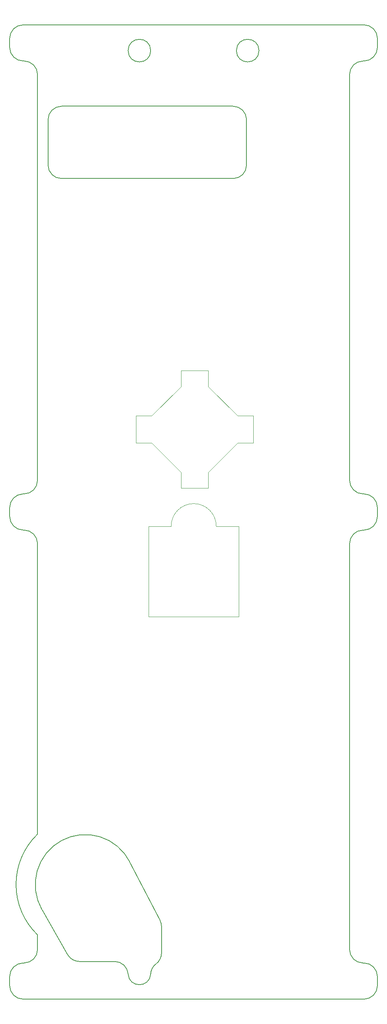
<source format=gm1>
%TF.GenerationSoftware,KiCad,Pcbnew,9.0.1*%
%TF.CreationDate,2025-04-22T22:29:05-07:00*%
%TF.ProjectId,Stationary_X_Panel,53746174-696f-46e6-9172-795f585f5061,1.6*%
%TF.SameCoordinates,Original*%
%TF.FileFunction,Profile,NP*%
%FSLAX46Y46*%
G04 Gerber Fmt 4.6, Leading zero omitted, Abs format (unit mm)*
G04 Created by KiCad (PCBNEW 9.0.1) date 2025-04-22 22:29:05*
%MOMM*%
%LPD*%
G01*
G04 APERTURE LIST*
%TA.AperFunction,Profile*%
%ADD10C,0.200000*%
%TD*%
%TA.AperFunction,Profile*%
%ADD11C,0.100000*%
%TD*%
G04 APERTURE END LIST*
D10*
X82500000Y-41000000D02*
X82500000Y-51000000D01*
X82500000Y-51000000D02*
G75*
G02*
X79500000Y-54000000I-3000000J0D01*
G01*
D11*
X61500000Y-112500000D02*
X68000000Y-119000000D01*
X74000000Y-119000000D02*
X74000000Y-122500000D01*
D10*
X85250000Y-25700000D02*
G75*
G02*
X80250000Y-25700000I-2500000J0D01*
G01*
X80250000Y-25700000D02*
G75*
G02*
X85250000Y-25700000I2500000J0D01*
G01*
D11*
X68000000Y-122500000D02*
X74000000Y-122500000D01*
D10*
X105325000Y-224500000D02*
X105325000Y-134750000D01*
X108500000Y-123750000D02*
G75*
G02*
X111500000Y-126750000I0J-3000000D01*
G01*
X42836060Y-225644172D02*
X37132089Y-215670205D01*
X33000000Y-28000000D02*
X33175000Y-28000000D01*
X63650000Y-219435832D02*
X63650000Y-225289897D01*
X111500000Y-232500000D02*
X111500000Y-230500000D01*
X36175000Y-221275000D02*
X36175000Y-224500000D01*
D11*
X68000000Y-119000000D02*
X68000000Y-122500000D01*
D10*
X111500000Y-128750000D02*
G75*
G02*
X108500000Y-131750000I-3000000J0D01*
G01*
D11*
X74000000Y-119000000D02*
X80500000Y-112500000D01*
D10*
X30000000Y-230500000D02*
G75*
G02*
X33000000Y-227500000I3000000J0D01*
G01*
X61246380Y-229934481D02*
G75*
G02*
X62446036Y-227692902I2996220J-161719D01*
G01*
X105325000Y-31000000D02*
G75*
G02*
X108325000Y-28000000I3000000J0D01*
G01*
X36175000Y-224500000D02*
G75*
G02*
X33175000Y-227500000I-3000000J0D01*
G01*
X41500000Y-38000000D02*
X79500000Y-38000000D01*
X33000000Y-235500000D02*
G75*
G02*
X30000000Y-232500000I0J3000000D01*
G01*
X105325000Y-134750000D02*
G75*
G02*
X108325000Y-131750000I3000000J0D01*
G01*
D11*
X60785000Y-150895000D02*
X60785000Y-130895000D01*
D10*
X111500000Y-25000000D02*
X111500000Y-23000000D01*
X108500000Y-20000000D02*
G75*
G02*
X111500000Y-23000000I0J-3000000D01*
G01*
X33000000Y-28000000D02*
G75*
G02*
X30000000Y-25000000I0J3000000D01*
G01*
D11*
X74000000Y-96500000D02*
X68000000Y-96500000D01*
D10*
X108500000Y-227500000D02*
G75*
G02*
X111500000Y-230500000I0J-3000000D01*
G01*
X108500000Y-123750000D02*
X108325000Y-123750000D01*
X30000000Y-126750000D02*
X30000000Y-128750000D01*
X33175000Y-123750000D02*
X33000000Y-123750000D01*
X108325000Y-227500000D02*
G75*
G02*
X105325000Y-224500000I0J3000000D01*
G01*
D11*
X68000000Y-100000000D02*
X61500000Y-106500000D01*
D10*
X30000000Y-23000000D02*
G75*
G02*
X33000000Y-20000000I3000000J0D01*
G01*
D11*
X84000000Y-112500000D02*
X84000000Y-106500000D01*
X65785000Y-130895000D02*
G75*
G02*
X75785000Y-130895000I5000000J0D01*
G01*
D10*
X108325000Y-131750000D02*
X108500000Y-131750000D01*
X108325000Y-123750000D02*
G75*
G02*
X105325000Y-120750000I0J3000000D01*
G01*
X108325000Y-28000000D02*
X108500000Y-28000000D01*
X33000000Y-131750000D02*
G75*
G02*
X30000000Y-128750000I0J3000000D01*
G01*
X79500000Y-38000000D02*
G75*
G02*
X82500000Y-41000000I0J-3000000D01*
G01*
X63650000Y-225289897D02*
G75*
G02*
X62446020Y-227692880I-3000000J-3D01*
G01*
X79500000Y-54000000D02*
X41500000Y-54000000D01*
D11*
X68000000Y-100000000D02*
X68000000Y-96500000D01*
D10*
X41500000Y-54000000D02*
G75*
G02*
X38500000Y-51000000I0J3000000D01*
G01*
D11*
X58000000Y-112500000D02*
X58000000Y-106500000D01*
D10*
X61246380Y-229934481D02*
G75*
G02*
X56255209Y-229961299I-2496380J134481D01*
G01*
X38500000Y-41000000D02*
G75*
G02*
X41500000Y-38000000I3000000J0D01*
G01*
X36175000Y-120750000D02*
G75*
G02*
X33175000Y-123750000I-3000000J0D01*
G01*
X108500000Y-227500000D02*
X108325000Y-227500000D01*
X36175000Y-31000000D02*
X36175000Y-120750000D01*
X111500000Y-128750000D02*
X111500000Y-126750000D01*
X33175000Y-131750000D02*
G75*
G02*
X36175000Y-134750000I0J-3000000D01*
G01*
D11*
X80785000Y-130895000D02*
X80785000Y-150895000D01*
X75785000Y-130895000D02*
X80785000Y-130895000D01*
D10*
X33175000Y-227500000D02*
X33000000Y-227500000D01*
X30000000Y-23000000D02*
X30000000Y-25000000D01*
X105325000Y-120750000D02*
X105325000Y-31000000D01*
X53261460Y-227154857D02*
G75*
G02*
X56255208Y-229961299I240J-2999743D01*
G01*
X111500000Y-25000000D02*
G75*
G02*
X108500000Y-28000000I-3000000J0D01*
G01*
D11*
X60785000Y-130895000D02*
X65785000Y-130895000D01*
D10*
X61250000Y-25700000D02*
G75*
G02*
X56250000Y-25700000I-2500000J0D01*
G01*
X56250000Y-25700000D02*
G75*
G02*
X61250000Y-25700000I2500000J0D01*
G01*
X53261460Y-227154857D02*
X45440276Y-227154857D01*
D11*
X74000000Y-100000000D02*
X74000000Y-96500000D01*
D10*
X45440276Y-227154857D02*
G75*
G02*
X42836053Y-225644176I24J3000057D01*
G01*
X38500000Y-41000000D02*
X38500000Y-51000000D01*
D11*
X80785000Y-150895000D02*
X60785000Y-150895000D01*
X80500000Y-106500000D02*
X74000000Y-100000000D01*
X80500000Y-106500000D02*
X84000000Y-106500000D01*
D10*
X56587771Y-205073162D02*
X63313747Y-218055813D01*
X63313747Y-218055813D02*
G75*
G02*
X63650021Y-219435832I-2664247J-1380187D01*
G01*
D11*
X58000000Y-106500000D02*
X61500000Y-106500000D01*
D10*
X30000000Y-230500000D02*
X30000000Y-232500000D01*
X33175000Y-28000000D02*
G75*
G02*
X36175000Y-31000000I0J-3000000D01*
G01*
X108500000Y-20000000D02*
X33000000Y-20000000D01*
D11*
X80500000Y-112500000D02*
X84000000Y-112500000D01*
X58000000Y-112500000D02*
X61500000Y-112500000D01*
D10*
X37132089Y-215670205D02*
G75*
G02*
X56587769Y-205073163I9617911J5500345D01*
G01*
X111500000Y-232500000D02*
G75*
G02*
X108500000Y-235500000I-3000000J0D01*
G01*
X33000000Y-131750000D02*
X33175000Y-131750000D01*
X36175000Y-221275000D02*
G75*
G02*
X36175000Y-199000000I10646760J11137500D01*
G01*
X33000000Y-235500000D02*
X108500000Y-235500000D01*
X36175000Y-134750000D02*
X36175000Y-199000000D01*
X30000000Y-126750000D02*
G75*
G02*
X33000000Y-123750000I3000000J0D01*
G01*
M02*

</source>
